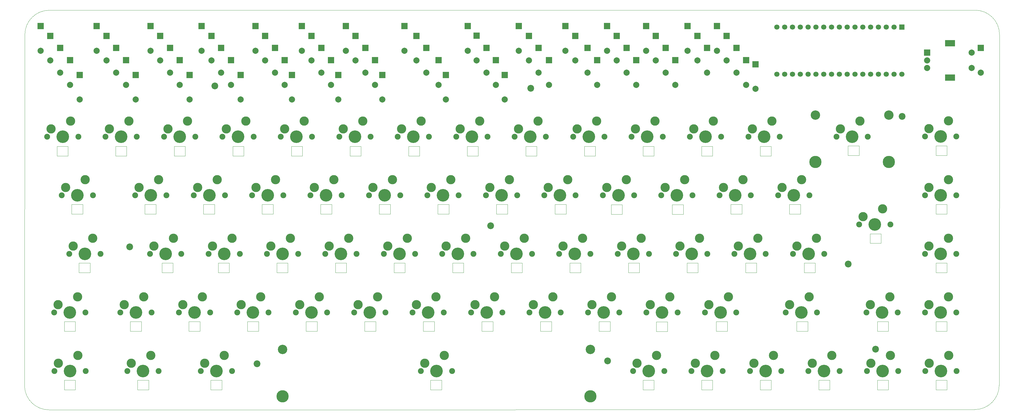
<source format=gts>
G04 #@! TF.GenerationSoftware,KiCad,Pcbnew,(6.0.1)*
G04 #@! TF.CreationDate,2022-01-16T22:01:57-06:00*
G04 #@! TF.ProjectId,stain,73746169-6e2e-46b6-9963-61645f706362,rev?*
G04 #@! TF.SameCoordinates,Original*
G04 #@! TF.FileFunction,Soldermask,Top*
G04 #@! TF.FilePolarity,Negative*
%FSLAX46Y46*%
G04 Gerber Fmt 4.6, Leading zero omitted, Abs format (unit mm)*
G04 Created by KiCad (PCBNEW (6.0.1)) date 2022-01-16 22:01:57*
%MOMM*%
%LPD*%
G01*
G04 APERTURE LIST*
G04 #@! TA.AperFunction,Profile*
%ADD10C,0.100000*%
G04 #@! TD*
G04 #@! TA.AperFunction,Profile*
%ADD11C,0.120000*%
G04 #@! TD*
%ADD12R,2.000000X2.000000*%
%ADD13C,2.000000*%
%ADD14C,3.000000*%
%ADD15C,1.900000*%
%ADD16C,4.100000*%
%ADD17C,2.200000*%
%ADD18C,3.987800*%
%ADD19C,3.048000*%
%ADD20R,3.200000X2.000000*%
%ADD21C,1.700000*%
%ADD22R,1.700000X1.700000*%
G04 APERTURE END LIST*
D10*
X24268170Y-15502478D02*
G75*
G03*
X16330670Y-23439978I0J-7937500D01*
G01*
X24163478Y-145433295D02*
X325153478Y-145338000D01*
X333195670Y-23411750D02*
G75*
G03*
X325282830Y-15474250I-7912840J24622D01*
G01*
X16225978Y-137852045D02*
G75*
G03*
X24163478Y-145433295I7937501J364621D01*
G01*
X333090978Y-137400500D02*
X333195670Y-23411750D01*
X325153478Y-145338000D02*
G75*
G03*
X333090978Y-137400500I0J7937500D01*
G01*
X16330670Y-23439978D02*
X16225978Y-137852045D01*
X24268170Y-15502478D02*
X325282830Y-15474250D01*
D11*
G04 #@! TO.C,LED8*
X316125000Y-62700000D02*
X312525000Y-62700000D01*
X316125000Y-59600000D02*
X316125000Y-62700000D01*
X312525000Y-59600000D02*
X316125000Y-59600000D01*
X312525000Y-62700000D02*
X312525000Y-59600000D01*
G04 #@! TO.C,LED23*
X154200000Y-81750000D02*
X150600000Y-81750000D01*
X150600000Y-78650000D02*
X154200000Y-78650000D01*
X154200000Y-78650000D02*
X154200000Y-81750000D01*
X150600000Y-81750000D02*
X150600000Y-78650000D01*
G04 #@! TO.C,LED17*
X35137500Y-81750000D02*
X31537500Y-81750000D01*
X31537500Y-81750000D02*
X31537500Y-78650000D01*
X31537500Y-78650000D02*
X35137500Y-78650000D01*
X35137500Y-78650000D02*
X35137500Y-81750000D01*
G04 #@! TO.C,LED33*
X254212500Y-97700000D02*
X254212500Y-100800000D01*
X250612500Y-100800000D02*
X250612500Y-97700000D01*
X250612500Y-97700000D02*
X254212500Y-97700000D01*
X254212500Y-100800000D02*
X250612500Y-100800000D01*
G04 #@! TO.C,LED45*
X32756250Y-116750000D02*
X32756250Y-119850000D01*
X32756250Y-119850000D02*
X29156250Y-119850000D01*
X29156250Y-116750000D02*
X32756250Y-116750000D01*
X29156250Y-119850000D02*
X29156250Y-116750000D01*
G04 #@! TO.C,LED42*
X82762500Y-100800000D02*
X79162500Y-100800000D01*
X79162500Y-97700000D02*
X82762500Y-97700000D01*
X82762500Y-97700000D02*
X82762500Y-100800000D01*
X79162500Y-100800000D02*
X79162500Y-97700000D01*
G04 #@! TO.C,LED15*
X141075000Y-59771250D02*
X144675000Y-59771250D01*
X141075000Y-62871250D02*
X141075000Y-59771250D01*
X144675000Y-59771250D02*
X144675000Y-62871250D01*
X144675000Y-62871250D02*
X141075000Y-62871250D01*
G04 #@! TO.C,LED30*
X291093750Y-88175000D02*
X294693750Y-88175000D01*
X294693750Y-88175000D02*
X294693750Y-91275000D01*
X294693750Y-91275000D02*
X291093750Y-91275000D01*
X291093750Y-91275000D02*
X291093750Y-88175000D01*
G04 #@! TO.C,LED12*
X83925000Y-62871250D02*
X83925000Y-59771250D01*
X87525000Y-62871250D02*
X83925000Y-62871250D01*
X87525000Y-59771250D02*
X87525000Y-62871250D01*
X83925000Y-59771250D02*
X87525000Y-59771250D01*
G04 #@! TO.C,LED55*
X221612500Y-116843750D02*
X225212500Y-116843750D01*
X225212500Y-119943750D02*
X221612500Y-119943750D01*
X221612500Y-119943750D02*
X221612500Y-116843750D01*
X225212500Y-116843750D02*
X225212500Y-119943750D01*
G04 #@! TO.C,LED37*
X178012500Y-97700000D02*
X178012500Y-100800000D01*
X178012500Y-100800000D02*
X174412500Y-100800000D01*
X174412500Y-100800000D02*
X174412500Y-97700000D01*
X174412500Y-97700000D02*
X178012500Y-97700000D01*
G04 #@! TO.C,LED44*
X33918750Y-100800000D02*
X33918750Y-97700000D01*
X33918750Y-97700000D02*
X37518750Y-97700000D01*
X37518750Y-97700000D02*
X37518750Y-100800000D01*
X37518750Y-100800000D02*
X33918750Y-100800000D01*
G04 #@! TO.C,LED36*
X193462500Y-97700000D02*
X197062500Y-97700000D01*
X197062500Y-100800000D02*
X193462500Y-100800000D01*
X197062500Y-97700000D02*
X197062500Y-100800000D01*
X193462500Y-100800000D02*
X193462500Y-97700000D01*
G04 #@! TO.C,LED50*
X126787500Y-116750000D02*
X130387500Y-116750000D01*
X130387500Y-116750000D02*
X130387500Y-119850000D01*
X130387500Y-119850000D02*
X126787500Y-119850000D01*
X126787500Y-119850000D02*
X126787500Y-116750000D01*
G04 #@! TO.C,LED53*
X187537500Y-116750000D02*
X187537500Y-119850000D01*
X183937500Y-116750000D02*
X187537500Y-116750000D01*
X187537500Y-119850000D02*
X183937500Y-119850000D01*
X183937500Y-119850000D02*
X183937500Y-116750000D01*
G04 #@! TO.C,LED49*
X111337500Y-116750000D02*
X111337500Y-119850000D01*
X107737500Y-119850000D02*
X107737500Y-116750000D01*
X107737500Y-116750000D02*
X111337500Y-116750000D01*
X111337500Y-119850000D02*
X107737500Y-119850000D01*
G04 #@! TO.C,LED32*
X273262500Y-100800000D02*
X269662500Y-100800000D01*
X273262500Y-97700000D02*
X273262500Y-100800000D01*
X269662500Y-100800000D02*
X269662500Y-97700000D01*
X269662500Y-97700000D02*
X273262500Y-97700000D01*
G04 #@! TO.C,LED11*
X64875000Y-59771250D02*
X68475000Y-59771250D01*
X68475000Y-62871250D02*
X64875000Y-62871250D01*
X64875000Y-62871250D02*
X64875000Y-59771250D01*
X68475000Y-59771250D02*
X68475000Y-62871250D01*
G04 #@! TO.C,LED40*
X120862500Y-100800000D02*
X117262500Y-100800000D01*
X117262500Y-100800000D02*
X117262500Y-97700000D01*
X117262500Y-97700000D02*
X120862500Y-97700000D01*
X120862500Y-97700000D02*
X120862500Y-100800000D01*
G04 #@! TO.C,LED31*
X312525000Y-97700000D02*
X316125000Y-97700000D01*
X312525000Y-100800000D02*
X312525000Y-97700000D01*
X316125000Y-97700000D02*
X316125000Y-100800000D01*
X316125000Y-100800000D02*
X312525000Y-100800000D01*
G04 #@! TO.C,LED34*
X231562500Y-97700000D02*
X235162500Y-97700000D01*
X235162500Y-100800000D02*
X231562500Y-100800000D01*
X235162500Y-97700000D02*
X235162500Y-100800000D01*
X231562500Y-100800000D02*
X231562500Y-97700000D01*
G04 #@! TO.C,LED13*
X102975000Y-62871250D02*
X102975000Y-59771250D01*
X106575000Y-62871250D02*
X102975000Y-62871250D01*
X106575000Y-59771250D02*
X106575000Y-62871250D01*
X102975000Y-59771250D02*
X106575000Y-59771250D01*
G04 #@! TO.C,LED58*
X297075000Y-119850000D02*
X293475000Y-119850000D01*
X293475000Y-116750000D02*
X297075000Y-116750000D01*
X293475000Y-119850000D02*
X293475000Y-116750000D01*
X297075000Y-116750000D02*
X297075000Y-119850000D01*
G04 #@! TO.C,LED29*
X264900000Y-81750000D02*
X264900000Y-78650000D01*
X268500000Y-78650000D02*
X268500000Y-81750000D01*
X264900000Y-78650000D02*
X268500000Y-78650000D01*
X268500000Y-81750000D02*
X264900000Y-81750000D01*
G04 #@! TO.C,LED65*
X239925000Y-135800000D02*
X239925000Y-138900000D01*
X236325000Y-135800000D02*
X239925000Y-135800000D01*
X239925000Y-138900000D02*
X236325000Y-138900000D01*
X236325000Y-138900000D02*
X236325000Y-135800000D01*
G04 #@! TO.C,LED48*
X92287500Y-119850000D02*
X88687500Y-119850000D01*
X88687500Y-116750000D02*
X92287500Y-116750000D01*
X92287500Y-116750000D02*
X92287500Y-119850000D01*
X88687500Y-119850000D02*
X88687500Y-116750000D01*
G04 #@! TO.C,LED16*
X312525000Y-81750000D02*
X312525000Y-78650000D01*
X316125000Y-78650000D02*
X316125000Y-81750000D01*
X312525000Y-78650000D02*
X316125000Y-78650000D01*
X316125000Y-81750000D02*
X312525000Y-81750000D01*
G04 #@! TO.C,LED19*
X78000000Y-81750000D02*
X74400000Y-81750000D01*
X74400000Y-78650000D02*
X78000000Y-78650000D01*
X78000000Y-78650000D02*
X78000000Y-81750000D01*
X74400000Y-81750000D02*
X74400000Y-78650000D01*
G04 #@! TO.C,LED2*
X182775000Y-59771250D02*
X182775000Y-62871250D01*
X182775000Y-62871250D02*
X179175000Y-62871250D01*
X179175000Y-62871250D02*
X179175000Y-59771250D01*
X179175000Y-59771250D02*
X182775000Y-59771250D01*
G04 #@! TO.C,LED5*
X239925000Y-59771250D02*
X239925000Y-62871250D01*
X236325000Y-59771250D02*
X239925000Y-59771250D01*
X236325000Y-62871250D02*
X236325000Y-59771250D01*
X239925000Y-62871250D02*
X236325000Y-62871250D01*
G04 #@! TO.C,LED43*
X64506250Y-100800000D02*
X60906250Y-100800000D01*
X64506250Y-97700000D02*
X64506250Y-100800000D01*
X60906250Y-100800000D02*
X60906250Y-97700000D01*
X60906250Y-97700000D02*
X64506250Y-97700000D01*
G04 #@! TO.C,LED6*
X258975000Y-59771250D02*
X258975000Y-62871250D01*
X255375000Y-59771250D02*
X258975000Y-59771250D01*
X258975000Y-62871250D02*
X255375000Y-62871250D01*
X255375000Y-62871250D02*
X255375000Y-59771250D01*
G04 #@! TO.C,LED14*
X125625000Y-59771250D02*
X125625000Y-62871250D01*
X122025000Y-59771250D02*
X125625000Y-59771250D01*
X125625000Y-62871250D02*
X122025000Y-62871250D01*
X122025000Y-62871250D02*
X122025000Y-59771250D01*
G04 #@! TO.C,LED66*
X258975000Y-135800000D02*
X258975000Y-138900000D01*
X258975000Y-138900000D02*
X255375000Y-138900000D01*
X255375000Y-135800000D02*
X258975000Y-135800000D01*
X255375000Y-138900000D02*
X255375000Y-135800000D01*
G04 #@! TO.C,LED28*
X249450000Y-78650000D02*
X249450000Y-81750000D01*
X245850000Y-78650000D02*
X249450000Y-78650000D01*
X245850000Y-81750000D02*
X245850000Y-78650000D01*
X249450000Y-81750000D02*
X245850000Y-81750000D01*
G04 #@! TO.C,LED4*
X217275000Y-59771250D02*
X220875000Y-59771250D01*
X220875000Y-59771250D02*
X220875000Y-62871250D01*
X217275000Y-62871250D02*
X217275000Y-59771250D01*
X220875000Y-62871250D02*
X217275000Y-62871250D01*
G04 #@! TO.C,LED10*
X45825000Y-59771250D02*
X49425000Y-59771250D01*
X49425000Y-62871250D02*
X45825000Y-62871250D01*
X49425000Y-59771250D02*
X49425000Y-62871250D01*
X45825000Y-62871250D02*
X45825000Y-59771250D01*
G04 #@! TO.C,LED22*
X131550000Y-78650000D02*
X135150000Y-78650000D01*
X135150000Y-78650000D02*
X135150000Y-81750000D01*
X135150000Y-81750000D02*
X131550000Y-81750000D01*
X131550000Y-81750000D02*
X131550000Y-78650000D01*
G04 #@! TO.C,LED60*
X29156250Y-138900000D02*
X29156250Y-135800000D01*
X32756250Y-138900000D02*
X29156250Y-138900000D01*
X29156250Y-135800000D02*
X32756250Y-135800000D01*
X32756250Y-135800000D02*
X32756250Y-138900000D01*
G04 #@! TO.C,LED7*
X283950000Y-62700000D02*
X283950000Y-59600000D01*
X283950000Y-59600000D02*
X287550000Y-59600000D01*
X287550000Y-59600000D02*
X287550000Y-62700000D01*
X287550000Y-62700000D02*
X283950000Y-62700000D01*
G04 #@! TO.C,LED21*
X112500000Y-78650000D02*
X116100000Y-78650000D01*
X116100000Y-81750000D02*
X112500000Y-81750000D01*
X112500000Y-81750000D02*
X112500000Y-78650000D01*
X116100000Y-78650000D02*
X116100000Y-81750000D01*
G04 #@! TO.C,LED51*
X145837500Y-119850000D02*
X145837500Y-116750000D01*
X145837500Y-116750000D02*
X149437500Y-116750000D01*
X149437500Y-119850000D02*
X145837500Y-119850000D01*
X149437500Y-116750000D02*
X149437500Y-119850000D01*
G04 #@! TO.C,LED62*
X76781250Y-135800000D02*
X80381250Y-135800000D01*
X80381250Y-135800000D02*
X80381250Y-138900000D01*
X80381250Y-138900000D02*
X76781250Y-138900000D01*
X76781250Y-138900000D02*
X76781250Y-135800000D01*
G04 #@! TO.C,LED61*
X52968750Y-135800000D02*
X56568750Y-135800000D01*
X56568750Y-138900000D02*
X52968750Y-138900000D01*
X56568750Y-135800000D02*
X56568750Y-138900000D01*
X52968750Y-138900000D02*
X52968750Y-135800000D01*
G04 #@! TO.C,LED25*
X192300000Y-78650000D02*
X192300000Y-81750000D01*
X192300000Y-81750000D02*
X188700000Y-81750000D01*
X188700000Y-78650000D02*
X192300000Y-78650000D01*
X188700000Y-81750000D02*
X188700000Y-78650000D01*
G04 #@! TO.C,LED27*
X226800000Y-81843750D02*
X226800000Y-78743750D01*
X230400000Y-81843750D02*
X226800000Y-81843750D01*
X226800000Y-78743750D02*
X230400000Y-78743750D01*
X230400000Y-78743750D02*
X230400000Y-81843750D01*
G04 #@! TO.C,LED63*
X151818750Y-135800000D02*
X151818750Y-138900000D01*
X148218750Y-138900000D02*
X148218750Y-135800000D01*
X151818750Y-138900000D02*
X148218750Y-138900000D01*
X148218750Y-135800000D02*
X151818750Y-135800000D01*
G04 #@! TO.C,LED38*
X155362500Y-100800000D02*
X155362500Y-97700000D01*
X155362500Y-97700000D02*
X158962500Y-97700000D01*
X158962500Y-97700000D02*
X158962500Y-100800000D01*
X158962500Y-100800000D02*
X155362500Y-100800000D01*
G04 #@! TO.C,LED46*
X54187500Y-119850000D02*
X50587500Y-119850000D01*
X54187500Y-116750000D02*
X54187500Y-119850000D01*
X50587500Y-119850000D02*
X50587500Y-116750000D01*
X50587500Y-116750000D02*
X54187500Y-116750000D01*
G04 #@! TO.C,LED35*
X212512500Y-97700000D02*
X216112500Y-97700000D01*
X212512500Y-100800000D02*
X212512500Y-97700000D01*
X216112500Y-100800000D02*
X212512500Y-100800000D01*
X216112500Y-97700000D02*
X216112500Y-100800000D01*
G04 #@! TO.C,LED1*
X163725000Y-62871250D02*
X160125000Y-62871250D01*
X163725000Y-59771250D02*
X163725000Y-62871250D01*
X160125000Y-59771250D02*
X163725000Y-59771250D01*
X160125000Y-62871250D02*
X160125000Y-59771250D01*
G04 #@! TO.C,LED59*
X316125000Y-116750000D02*
X316125000Y-119850000D01*
X312525000Y-119850000D02*
X312525000Y-116750000D01*
X316125000Y-119850000D02*
X312525000Y-119850000D01*
X312525000Y-116750000D02*
X316125000Y-116750000D01*
G04 #@! TO.C,LED41*
X98212500Y-97700000D02*
X101812500Y-97700000D01*
X98212500Y-100800000D02*
X98212500Y-97700000D01*
X101812500Y-97700000D02*
X101812500Y-100800000D01*
X101812500Y-100800000D02*
X98212500Y-100800000D01*
G04 #@! TO.C,LED47*
X73237500Y-116750000D02*
X73237500Y-119850000D01*
X69637500Y-116750000D02*
X73237500Y-116750000D01*
X73237500Y-119850000D02*
X69637500Y-119850000D01*
X69637500Y-119850000D02*
X69637500Y-116750000D01*
G04 #@! TO.C,LED26*
X206956250Y-78743750D02*
X210556250Y-78743750D01*
X206956250Y-81843750D02*
X206956250Y-78743750D01*
X210556250Y-81843750D02*
X206956250Y-81843750D01*
X210556250Y-78743750D02*
X210556250Y-81843750D01*
G04 #@! TO.C,LED69*
X316125000Y-138900000D02*
X312525000Y-138900000D01*
X312525000Y-135800000D02*
X316125000Y-135800000D01*
X312525000Y-138900000D02*
X312525000Y-135800000D01*
X316125000Y-135800000D02*
X316125000Y-138900000D01*
G04 #@! TO.C,LED24*
X173250000Y-78650000D02*
X173250000Y-81750000D01*
X169650000Y-78650000D02*
X173250000Y-78650000D01*
X169650000Y-81750000D02*
X169650000Y-78650000D01*
X173250000Y-81750000D02*
X169650000Y-81750000D01*
G04 #@! TO.C,LED54*
X202987500Y-119850000D02*
X202987500Y-116750000D01*
X202987500Y-116750000D02*
X206587500Y-116750000D01*
X206587500Y-116750000D02*
X206587500Y-119850000D01*
X206587500Y-119850000D02*
X202987500Y-119850000D01*
G04 #@! TO.C,LED9*
X26775000Y-59771250D02*
X30375000Y-59771250D01*
X30375000Y-59771250D02*
X30375000Y-62871250D01*
X30375000Y-62871250D02*
X26775000Y-62871250D01*
X26775000Y-62871250D02*
X26775000Y-59771250D01*
G04 #@! TO.C,LED20*
X93450000Y-78650000D02*
X97050000Y-78650000D01*
X93450000Y-81750000D02*
X93450000Y-78650000D01*
X97050000Y-78650000D02*
X97050000Y-81750000D01*
X97050000Y-81750000D02*
X93450000Y-81750000D01*
G04 #@! TO.C,LED64*
X220875000Y-135800000D02*
X220875000Y-138900000D01*
X220875000Y-138900000D02*
X217275000Y-138900000D01*
X217275000Y-135800000D02*
X220875000Y-135800000D01*
X217275000Y-138900000D02*
X217275000Y-135800000D01*
G04 #@! TO.C,LED18*
X55350000Y-81750000D02*
X55350000Y-78650000D01*
X58950000Y-78650000D02*
X58950000Y-81750000D01*
X55350000Y-78650000D02*
X58950000Y-78650000D01*
X58950000Y-81750000D02*
X55350000Y-81750000D01*
G04 #@! TO.C,LED3*
X201825000Y-62871250D02*
X198225000Y-62871250D01*
X198225000Y-59771250D02*
X201825000Y-59771250D01*
X201825000Y-59771250D02*
X201825000Y-62871250D01*
X198225000Y-62871250D02*
X198225000Y-59771250D01*
G04 #@! TO.C,LED67*
X278025000Y-135800000D02*
X278025000Y-138900000D01*
X278025000Y-138900000D02*
X274425000Y-138900000D01*
X274425000Y-135800000D02*
X278025000Y-135800000D01*
X274425000Y-138900000D02*
X274425000Y-135800000D01*
G04 #@! TO.C,LED39*
X136312500Y-97700000D02*
X139912500Y-97700000D01*
X139912500Y-97700000D02*
X139912500Y-100800000D01*
X139912500Y-100800000D02*
X136312500Y-100800000D01*
X136312500Y-100800000D02*
X136312500Y-97700000D01*
G04 #@! TO.C,LED68*
X293475000Y-138900000D02*
X293475000Y-135800000D01*
X297075000Y-135800000D02*
X297075000Y-138900000D01*
X293475000Y-135800000D02*
X297075000Y-135800000D01*
X297075000Y-138900000D02*
X293475000Y-138900000D01*
G04 #@! TO.C,LED56*
X241087500Y-119850000D02*
X241087500Y-116750000D01*
X244687500Y-119850000D02*
X241087500Y-119850000D01*
X241087500Y-116750000D02*
X244687500Y-116750000D01*
X244687500Y-116750000D02*
X244687500Y-119850000D01*
G04 #@! TO.C,LED52*
X164887500Y-119850000D02*
X164887500Y-116750000D01*
X168487500Y-116750000D02*
X168487500Y-119850000D01*
X164887500Y-116750000D02*
X168487500Y-116750000D01*
X168487500Y-119850000D02*
X164887500Y-119850000D01*
G04 #@! TO.C,LED57*
X270881250Y-116750000D02*
X270881250Y-119850000D01*
X267281250Y-119850000D02*
X267281250Y-116750000D01*
X267281250Y-116750000D02*
X270881250Y-116750000D01*
X270881250Y-119850000D02*
X267281250Y-119850000D01*
G04 #@! TD*
D12*
G04 #@! TO.C,D14*
X238125000Y-27781250D03*
D13*
X238125000Y-35781250D03*
G04 #@! TD*
D14*
G04 #@! TO.C,SW8*
X164180750Y-51528750D03*
X157830750Y-54068750D03*
D15*
X166720750Y-56608750D03*
D16*
X161640750Y-56608750D03*
D15*
X156560750Y-56608750D03*
G04 #@! TD*
D12*
G04 #@! TO.C,D61*
X52387500Y-36512500D03*
D13*
X52387500Y-44512500D03*
G04 #@! TD*
D12*
G04 #@! TO.C,D23*
X143668750Y-23812500D03*
D13*
X143668750Y-31812500D03*
G04 #@! TD*
D16*
G04 #@! TO.C,SW21*
X133292750Y-75658750D03*
D15*
X138372750Y-75658750D03*
D14*
X135832750Y-70578750D03*
X129482750Y-73118750D03*
D15*
X128212750Y-75658750D03*
G04 #@! TD*
D14*
G04 #@! TO.C,SW34*
X102658750Y-89628750D03*
D15*
X95038750Y-94708750D03*
D16*
X100118750Y-94708750D03*
D15*
X105198750Y-94708750D03*
D14*
X96308750Y-92168750D03*
G04 #@! TD*
D15*
G04 #@! TO.C,SW15*
X309006750Y-56562750D03*
D14*
X316626750Y-51482750D03*
D15*
X319166750Y-56562750D03*
D14*
X310276750Y-54022750D03*
D16*
X314086750Y-56562750D03*
G04 #@! TD*
D15*
G04 #@! TO.C,SW60*
X155225750Y-132809750D03*
D14*
X146335750Y-130269750D03*
X152685750Y-127729750D03*
D16*
X150145750Y-132809750D03*
D15*
X145065750Y-132809750D03*
G04 #@! TD*
D14*
G04 #@! TO.C,SW49*
X112022750Y-108679750D03*
D15*
X104402750Y-113759750D03*
D16*
X109482750Y-113759750D03*
D14*
X105672750Y-111219750D03*
D15*
X114562750Y-113759750D03*
G04 #@! TD*
D14*
G04 #@! TO.C,SW26*
X224482750Y-73118750D03*
D15*
X233372750Y-75658750D03*
D16*
X228292750Y-75658750D03*
D15*
X223212750Y-75658750D03*
D14*
X230832750Y-70578750D03*
G04 #@! TD*
D12*
G04 #@! TO.C,D36*
X112712500Y-27781250D03*
D13*
X112712500Y-35781250D03*
G04 #@! TD*
D12*
G04 #@! TO.C,D4*
X73818750Y-20637500D03*
D13*
X73818750Y-28637500D03*
G04 #@! TD*
D17*
G04 #@! TO.C,REF\u002A\u002A*
X167790500Y-85578250D03*
G04 #@! TD*
D12*
G04 #@! TO.C,D10*
X176942750Y-20637500D03*
D13*
X176942750Y-28637500D03*
G04 #@! TD*
D15*
G04 #@! TO.C,SW57*
X273843750Y-113759750D03*
D14*
X264953750Y-111219750D03*
D15*
X263683750Y-113759750D03*
D16*
X268763750Y-113759750D03*
D14*
X271303750Y-108679750D03*
G04 #@! TD*
D12*
G04 #@! TO.C,D24*
X163226750Y-23780750D03*
D13*
X163226750Y-31780750D03*
G04 #@! TD*
D12*
G04 #@! TO.C,D63*
X86518750Y-36512500D03*
D13*
X86518750Y-44512500D03*
G04 #@! TD*
D18*
G04 #@! TO.C,REF\u002A\u002A*
X200145750Y-141064750D03*
X100145750Y-141064750D03*
D19*
X100145750Y-125824750D03*
X200145750Y-125824750D03*
G04 #@! TD*
D15*
G04 #@! TO.C,SW27*
X252372750Y-75658750D03*
D14*
X249832750Y-70578750D03*
D16*
X247292750Y-75658750D03*
D15*
X242212750Y-75658750D03*
D14*
X243482750Y-73118750D03*
G04 #@! TD*
D15*
G04 #@! TO.C,SW3*
X61560750Y-56608750D03*
D14*
X69180750Y-51528750D03*
X62830750Y-54068750D03*
D16*
X66640750Y-56608750D03*
D15*
X71720750Y-56608750D03*
G04 #@! TD*
D12*
G04 #@! TO.C,D2*
X39687500Y-20637500D03*
D13*
X39687500Y-28637500D03*
G04 #@! TD*
D12*
G04 #@! TO.C,D15*
X241300000Y-20637500D03*
D13*
X241300000Y-28637500D03*
G04 #@! TD*
D12*
G04 #@! TO.C,D3*
X57150000Y-20637500D03*
D13*
X57150000Y-28637500D03*
G04 #@! TD*
D14*
G04 #@! TO.C,SW28*
X262482750Y-73118750D03*
X268832750Y-70578750D03*
D16*
X266292750Y-75658750D03*
D15*
X271372750Y-75658750D03*
X261212750Y-75658750D03*
G04 #@! TD*
D12*
G04 #@! TO.C,D30*
X244475000Y-23812500D03*
D13*
X244475000Y-31812500D03*
G04 #@! TD*
D16*
G04 #@! TO.C,SW54*
X204482750Y-113759750D03*
D14*
X207022750Y-108679750D03*
D15*
X199402750Y-113759750D03*
X209562750Y-113759750D03*
D14*
X200672750Y-111219750D03*
G04 #@! TD*
D17*
G04 #@! TO.C,REF\u002A\u002A*
X50442500Y-92436250D03*
G04 #@! TD*
D12*
G04 #@! TO.C,D49*
X100806250Y-31750000D03*
D13*
X100806250Y-39750000D03*
G04 #@! TD*
D12*
G04 #@! TO.C,D25*
X180181250Y-23812500D03*
D13*
X180181250Y-31812500D03*
G04 #@! TD*
D12*
G04 #@! TO.C,D7*
X120650000Y-20637500D03*
D13*
X120650000Y-28637500D03*
G04 #@! TD*
D14*
G04 #@! TO.C,SW53*
X188022750Y-108679750D03*
D15*
X180402750Y-113759750D03*
D16*
X185482750Y-113759750D03*
D14*
X181672750Y-111219750D03*
D15*
X190562750Y-113759750D03*
G04 #@! TD*
D12*
G04 #@! TO.C,D68*
X172370750Y-36512500D03*
D13*
X172370750Y-44512500D03*
G04 #@! TD*
D16*
G04 #@! TO.C,SW23*
X171292750Y-75658750D03*
D15*
X176372750Y-75658750D03*
X166212750Y-75658750D03*
D14*
X167482750Y-73118750D03*
X173832750Y-70578750D03*
G04 #@! TD*
D12*
G04 #@! TO.C,D69*
X253904750Y-33051750D03*
D13*
X253904750Y-41051750D03*
G04 #@! TD*
D20*
G04 #@! TO.C,SW70*
X317123847Y-37381250D03*
X317123847Y-26181250D03*
D12*
X309623847Y-29281250D03*
D13*
X309623847Y-34281250D03*
X309623847Y-31781250D03*
X324123847Y-34281250D03*
X324123847Y-29281250D03*
G04 #@! TD*
D15*
G04 #@! TO.C,SW6*
X128720750Y-56608750D03*
X118560750Y-56608750D03*
D14*
X126180750Y-51528750D03*
D16*
X123640750Y-56608750D03*
D14*
X119830750Y-54068750D03*
G04 #@! TD*
G04 #@! TO.C,SW51*
X150022750Y-108679750D03*
D15*
X142402750Y-113759750D03*
X152562750Y-113759750D03*
D14*
X143672750Y-111219750D03*
D16*
X147482750Y-113759750D03*
G04 #@! TD*
G04 #@! TO.C,SW61*
X219153750Y-132808750D03*
D14*
X221693750Y-127728750D03*
D15*
X214073750Y-132808750D03*
X224233750Y-132808750D03*
D14*
X215343750Y-130268750D03*
G04 #@! TD*
D12*
G04 #@! TO.C,D18*
X60325000Y-23812500D03*
D13*
X60325000Y-31812500D03*
G04 #@! TD*
D15*
G04 #@! TO.C,SW19*
X90212750Y-75658750D03*
D16*
X95292750Y-75658750D03*
D15*
X100372750Y-75658750D03*
D14*
X91482750Y-73118750D03*
X97832750Y-70578750D03*
G04 #@! TD*
D12*
G04 #@! TO.C,D52*
X150812500Y-31750000D03*
D13*
X150812500Y-39750000D03*
G04 #@! TD*
D12*
G04 #@! TO.C,D32*
X46037500Y-27781250D03*
D13*
X46037500Y-35781250D03*
G04 #@! TD*
D15*
G04 #@! TO.C,SW32*
X67198750Y-94708750D03*
D14*
X64658750Y-89628750D03*
D16*
X62118750Y-94708750D03*
D14*
X58308750Y-92168750D03*
D15*
X57038750Y-94708750D03*
G04 #@! TD*
G04 #@! TO.C,SW46*
X47402750Y-113759750D03*
D14*
X55022750Y-108679750D03*
X48672750Y-111219750D03*
D16*
X52482750Y-113759750D03*
D15*
X57562750Y-113759750D03*
G04 #@! TD*
G04 #@! TO.C,SW17*
X52212750Y-75658750D03*
D14*
X53482750Y-73118750D03*
X59832750Y-70578750D03*
D15*
X62372750Y-75658750D03*
D16*
X57292750Y-75658750D03*
G04 #@! TD*
D12*
G04 #@! TO.C,D56*
X215106250Y-31750000D03*
D13*
X215106250Y-39750000D03*
G04 #@! TD*
D12*
G04 #@! TO.C,D37*
X127000000Y-27781250D03*
D13*
X127000000Y-35781250D03*
G04 #@! TD*
D17*
G04 #@! TO.C,REF\u002A\u002A*
X91844500Y-130409250D03*
G04 #@! TD*
D12*
G04 #@! TO.C,D5*
X91281250Y-20637500D03*
D13*
X91281250Y-28637500D03*
G04 #@! TD*
D16*
G04 #@! TO.C,SW29*
X314086750Y-94708750D03*
D15*
X319166750Y-94708750D03*
D14*
X316626750Y-89628750D03*
D15*
X309006750Y-94708750D03*
D14*
X310276750Y-92168750D03*
G04 #@! TD*
G04 #@! TO.C,SW64*
X272343750Y-130268750D03*
D15*
X271073750Y-132808750D03*
D16*
X276153750Y-132808750D03*
D15*
X281233750Y-132808750D03*
D14*
X278693750Y-127728750D03*
G04 #@! TD*
D16*
G04 #@! TO.C,SW45*
X30956250Y-113759750D03*
D15*
X36036250Y-113759750D03*
D14*
X27146250Y-111219750D03*
X33496250Y-108679750D03*
D15*
X25876250Y-113759750D03*
G04 #@! TD*
D19*
G04 #@! TO.C,REF\u002A\u002A*
X297195750Y-49623750D03*
D18*
X273319750Y-64863750D03*
D19*
X273319750Y-49623750D03*
D18*
X297195750Y-64863750D03*
G04 #@! TD*
D14*
G04 #@! TO.C,SW62*
X234343750Y-130268750D03*
D16*
X238153750Y-132808750D03*
D15*
X243233750Y-132808750D03*
X233073750Y-132808750D03*
D14*
X240693750Y-127728750D03*
G04 #@! TD*
D12*
G04 #@! TO.C,D39*
X166401750Y-27781250D03*
D13*
X166401750Y-35781250D03*
G04 #@! TD*
D12*
G04 #@! TO.C,D16*
X24606250Y-23812500D03*
D13*
X24606250Y-31812500D03*
G04 #@! TD*
D14*
G04 #@! TO.C,SW16*
X29606750Y-73118750D03*
D15*
X38496750Y-75658750D03*
D16*
X33416750Y-75658750D03*
D15*
X28336750Y-75658750D03*
D14*
X35956750Y-70578750D03*
G04 #@! TD*
D17*
G04 #@! TO.C,REF\u002A\u002A*
X292885500Y-125710250D03*
G04 #@! TD*
D15*
G04 #@! TO.C,SW11*
X223720750Y-56608750D03*
D14*
X221180750Y-51528750D03*
D15*
X213560750Y-56608750D03*
D16*
X218640750Y-56608750D03*
D14*
X214830750Y-54068750D03*
G04 #@! TD*
D12*
G04 #@! TO.C,D64*
X103187500Y-36512500D03*
D13*
X103187500Y-44512500D03*
G04 #@! TD*
D12*
G04 #@! TO.C,D62*
X69850000Y-36512500D03*
D13*
X69850000Y-44512500D03*
G04 #@! TD*
D12*
G04 #@! TO.C,D34*
X80168750Y-27781250D03*
D13*
X80168750Y-35781250D03*
G04 #@! TD*
D12*
G04 #@! TO.C,D55*
X202406250Y-31750000D03*
D13*
X202406250Y-39750000D03*
G04 #@! TD*
D14*
G04 #@! TO.C,SW40*
X210308750Y-92168750D03*
D15*
X209038750Y-94708750D03*
X219198750Y-94708750D03*
D14*
X216658750Y-89628750D03*
D16*
X214118750Y-94708750D03*
G04 #@! TD*
D17*
G04 #@! TO.C,REF\u002A\u002A*
X78128500Y-40112250D03*
G04 #@! TD*
D12*
G04 #@! TO.C,D67*
X153193750Y-36512500D03*
D13*
X153193750Y-44512500D03*
G04 #@! TD*
D12*
G04 #@! TO.C,D29*
X247650000Y-27781250D03*
D13*
X247650000Y-35781250D03*
G04 #@! TD*
D21*
G04 #@! TO.C,U1*
X286208250Y-21011250D03*
X283668250Y-21011250D03*
X263348250Y-36267250D03*
X281128250Y-21011250D03*
X278588250Y-21011250D03*
X288748250Y-36267250D03*
X276048250Y-21011250D03*
X273508250Y-21011250D03*
X270968250Y-21011250D03*
X268428250Y-21011250D03*
X265888250Y-21011250D03*
X263348250Y-21011250D03*
X260808250Y-21011250D03*
X260808250Y-36267250D03*
X268428250Y-36267250D03*
X270968250Y-36267250D03*
X273508250Y-36267250D03*
X276048250Y-36267250D03*
X278588250Y-36267250D03*
X281128250Y-36267250D03*
X265888250Y-36267250D03*
X293828250Y-36267250D03*
X288748250Y-21011250D03*
X298908250Y-36267250D03*
D22*
X301448250Y-21011250D03*
D21*
X286208250Y-36267250D03*
X283668250Y-36267250D03*
X291288250Y-36267250D03*
X291288250Y-21011250D03*
X293828250Y-21011250D03*
X301448250Y-36267250D03*
X298908250Y-21011250D03*
X296368250Y-21011250D03*
X296368250Y-36267250D03*
G04 #@! TD*
D12*
G04 #@! TO.C,D60*
X34131250Y-36512500D03*
D13*
X34131250Y-44512500D03*
G04 #@! TD*
D14*
G04 #@! TO.C,SW33*
X77308750Y-92168750D03*
D16*
X81118750Y-94708750D03*
D14*
X83658750Y-89628750D03*
D15*
X86198750Y-94708750D03*
X76038750Y-94708750D03*
G04 #@! TD*
D12*
G04 #@! TO.C,D65*
X118268750Y-36512500D03*
D13*
X118268750Y-44512500D03*
G04 #@! TD*
D15*
G04 #@! TO.C,SW30*
X319166750Y-75658750D03*
D14*
X310276750Y-73118750D03*
D15*
X309006750Y-75658750D03*
D16*
X314086750Y-75658750D03*
D14*
X316626750Y-70578750D03*
G04 #@! TD*
D12*
G04 #@! TO.C,D33*
X63500000Y-27781250D03*
D13*
X63500000Y-35781250D03*
G04 #@! TD*
D15*
G04 #@! TO.C,SW24*
X185212750Y-75658750D03*
D14*
X192832750Y-70578750D03*
D16*
X190292750Y-75658750D03*
D15*
X195372750Y-75658750D03*
D14*
X186482750Y-73118750D03*
G04 #@! TD*
D16*
G04 #@! TO.C,SW56*
X242482750Y-113759750D03*
D15*
X237402750Y-113759750D03*
X247562750Y-113759750D03*
D14*
X238672750Y-111219750D03*
X245022750Y-108679750D03*
G04 #@! TD*
D12*
G04 #@! TO.C,D48*
X83343750Y-31750000D03*
D13*
X83343750Y-39750000D03*
G04 #@! TD*
D14*
G04 #@! TO.C,SW10*
X202180750Y-51528750D03*
X195830750Y-54068750D03*
D16*
X199640750Y-56608750D03*
D15*
X204720750Y-56608750D03*
X194560750Y-56608750D03*
G04 #@! TD*
D16*
G04 #@! TO.C,SW13*
X256640750Y-56608750D03*
D14*
X259180750Y-51528750D03*
D15*
X261720750Y-56608750D03*
X251560750Y-56608750D03*
D14*
X252830750Y-54068750D03*
G04 #@! TD*
D12*
G04 #@! TO.C,D1*
X21431250Y-20637500D03*
D13*
X21431250Y-28637500D03*
G04 #@! TD*
D12*
G04 #@! TO.C,D47*
X66675000Y-31750000D03*
D13*
X66675000Y-39750000D03*
G04 #@! TD*
D14*
G04 #@! TO.C,SW55*
X226022750Y-108679750D03*
D15*
X228562750Y-113759750D03*
X218402750Y-113759750D03*
D16*
X223482750Y-113759750D03*
D14*
X219672750Y-111219750D03*
G04 #@! TD*
D12*
G04 #@! TO.C,D50*
X115887500Y-31750000D03*
D13*
X115887500Y-39750000D03*
G04 #@! TD*
D12*
G04 #@! TO.C,D41*
X199231250Y-27781250D03*
D13*
X199231250Y-35781250D03*
G04 #@! TD*
D12*
G04 #@! TO.C,D35*
X97631250Y-27781250D03*
D13*
X97631250Y-35781250D03*
G04 #@! TD*
D16*
G04 #@! TO.C,SW9*
X180640750Y-56608750D03*
D15*
X185720750Y-56608750D03*
D14*
X176830750Y-54068750D03*
X183180750Y-51528750D03*
D15*
X175560750Y-56608750D03*
G04 #@! TD*
D12*
G04 #@! TO.C,D13*
X218281250Y-20637500D03*
D13*
X218281250Y-28637500D03*
G04 #@! TD*
D12*
G04 #@! TO.C,D40*
X183356250Y-27781250D03*
D13*
X183356250Y-35781250D03*
G04 #@! TD*
D12*
G04 #@! TO.C,D22*
X123825000Y-23812500D03*
D13*
X123825000Y-31812500D03*
G04 #@! TD*
D12*
G04 #@! TO.C,D21*
X109537500Y-23812500D03*
D13*
X109537500Y-31812500D03*
G04 #@! TD*
D17*
G04 #@! TO.C,REF\u002A\u002A*
X301521500Y-50018250D03*
G04 #@! TD*
D12*
G04 #@! TO.C,D8*
X139700000Y-20637500D03*
D13*
X139700000Y-28637500D03*
G04 #@! TD*
D14*
G04 #@! TO.C,SW1*
X31158750Y-51538750D03*
X24808750Y-54078750D03*
D15*
X23538750Y-56618750D03*
D16*
X28618750Y-56618750D03*
D15*
X33698750Y-56618750D03*
G04 #@! TD*
D12*
G04 #@! TO.C,D28*
X221456250Y-23812500D03*
D13*
X221456250Y-31812500D03*
G04 #@! TD*
D12*
G04 #@! TO.C,D6*
X106362500Y-20637500D03*
D13*
X106362500Y-28637500D03*
G04 #@! TD*
D15*
G04 #@! TO.C,SW48*
X85402750Y-113759750D03*
D14*
X93022750Y-108679750D03*
X86672750Y-111219750D03*
D15*
X95562750Y-113759750D03*
D16*
X90482750Y-113759750D03*
G04 #@! TD*
D14*
G04 #@! TO.C,SW31*
X38361550Y-89604350D03*
X32011550Y-92144350D03*
D16*
X35821550Y-94684350D03*
D15*
X40901550Y-94684350D03*
X30741550Y-94684350D03*
G04 #@! TD*
D12*
G04 #@! TO.C,D11*
X192087500Y-20637500D03*
D13*
X192087500Y-28637500D03*
G04 #@! TD*
D12*
G04 #@! TO.C,D20*
X94456250Y-23812500D03*
D13*
X94456250Y-31812500D03*
G04 #@! TD*
D16*
G04 #@! TO.C,SW2*
X47640750Y-56608750D03*
D15*
X42560750Y-56608750D03*
X52720750Y-56608750D03*
D14*
X43830750Y-54068750D03*
X50180750Y-51528750D03*
G04 #@! TD*
D12*
G04 #@! TO.C,D51*
X130175000Y-31750000D03*
D13*
X130175000Y-39750000D03*
G04 #@! TD*
D12*
G04 #@! TO.C,D53*
X169449750Y-31750000D03*
D13*
X169449750Y-39750000D03*
G04 #@! TD*
D14*
G04 #@! TO.C,SW38*
X178658750Y-89628750D03*
D15*
X181198750Y-94708750D03*
X171038750Y-94708750D03*
D16*
X176118750Y-94708750D03*
D14*
X172308750Y-92168750D03*
G04 #@! TD*
G04 #@! TO.C,SW39*
X197658750Y-89628750D03*
D15*
X190038750Y-94708750D03*
D14*
X191308750Y-92168750D03*
D15*
X200198750Y-94708750D03*
D16*
X195118750Y-94708750D03*
G04 #@! TD*
D12*
G04 #@! TO.C,D12*
X205581250Y-20637500D03*
D13*
X205581250Y-28637500D03*
G04 #@! TD*
D12*
G04 #@! TO.C,D42*
X211931250Y-27781250D03*
D13*
X211931250Y-35781250D03*
G04 #@! TD*
D14*
G04 #@! TO.C,SW22*
X148482750Y-73118750D03*
D15*
X157372750Y-75658750D03*
D16*
X152292750Y-75658750D03*
D14*
X154832750Y-70578750D03*
D15*
X147212750Y-75658750D03*
G04 #@! TD*
D14*
G04 #@! TO.C,SW37*
X153308750Y-92168750D03*
D15*
X152038750Y-94708750D03*
D16*
X157118750Y-94708750D03*
D14*
X159658750Y-89628750D03*
D15*
X162198750Y-94708750D03*
G04 #@! TD*
G04 #@! TO.C,SW50*
X123402750Y-113759750D03*
D14*
X131022750Y-108679750D03*
D16*
X128482750Y-113759750D03*
D14*
X124672750Y-111219750D03*
D15*
X133562750Y-113759750D03*
G04 #@! TD*
D12*
G04 #@! TO.C,D54*
X186721750Y-31750000D03*
D13*
X186721750Y-39750000D03*
G04 #@! TD*
D15*
G04 #@! TO.C,SW66*
X319233750Y-132808750D03*
X309073750Y-132808750D03*
D14*
X316693750Y-127728750D03*
X310343750Y-130268750D03*
D16*
X314153750Y-132808750D03*
G04 #@! TD*
D17*
G04 #@! TO.C,REF\u002A\u002A*
X283995500Y-98024250D03*
G04 #@! TD*
D14*
G04 #@! TO.C,SW59*
X316592750Y-108679750D03*
D15*
X319132750Y-113759750D03*
X308972750Y-113759750D03*
D14*
X310242750Y-111219750D03*
D16*
X314052750Y-113759750D03*
G04 #@! TD*
D14*
G04 #@! TO.C,SW41*
X235658750Y-89628750D03*
D15*
X228038750Y-94708750D03*
D16*
X233118750Y-94708750D03*
D14*
X229308750Y-92168750D03*
D15*
X238198750Y-94708750D03*
G04 #@! TD*
D12*
G04 #@! TO.C,D58*
X234950000Y-23812500D03*
D13*
X234950000Y-31812500D03*
G04 #@! TD*
D12*
G04 #@! TO.C,D44*
X231775000Y-20637500D03*
D13*
X231775000Y-28637500D03*
G04 #@! TD*
D12*
G04 #@! TO.C,D57*
X227806250Y-31750000D03*
D13*
X227806250Y-39750000D03*
G04 #@! TD*
D12*
G04 #@! TO.C,D31*
X27781250Y-27781250D03*
D13*
X27781250Y-35781250D03*
G04 #@! TD*
D15*
G04 #@! TO.C,SW35*
X114038750Y-94708750D03*
X124198750Y-94708750D03*
D14*
X121658750Y-89628750D03*
X115308750Y-92168750D03*
D16*
X119118750Y-94708750D03*
G04 #@! TD*
D15*
G04 #@! TO.C,SW69*
X73564750Y-132808750D03*
D16*
X78644750Y-132808750D03*
D15*
X83724750Y-132808750D03*
D14*
X74834750Y-130268750D03*
X81184750Y-127728750D03*
G04 #@! TD*
D12*
G04 #@! TO.C,D26*
X195262500Y-23812500D03*
D13*
X195262500Y-31812500D03*
G04 #@! TD*
D12*
G04 #@! TO.C,D9*
X160305750Y-20637500D03*
D13*
X160305750Y-28637500D03*
G04 #@! TD*
D12*
G04 #@! TO.C,D17*
X42862500Y-23812500D03*
D13*
X42862500Y-31812500D03*
G04 #@! TD*
D15*
G04 #@! TO.C,SW58*
X300132750Y-113759750D03*
D14*
X297592750Y-108679750D03*
D16*
X295052750Y-113759750D03*
D14*
X291242750Y-111219750D03*
D15*
X289972750Y-113759750D03*
G04 #@! TD*
G04 #@! TO.C,SW44*
X297703750Y-85183750D03*
D14*
X288813750Y-82643750D03*
D16*
X292623750Y-85183750D03*
D15*
X287543750Y-85183750D03*
D14*
X295163750Y-80103750D03*
G04 #@! TD*
D12*
G04 #@! TO.C,D43*
X224631250Y-27781250D03*
D13*
X224631250Y-35781250D03*
G04 #@! TD*
D14*
G04 #@! TO.C,SW65*
X291343750Y-130268750D03*
D15*
X300233750Y-132808750D03*
X290073750Y-132808750D03*
D14*
X297693750Y-127728750D03*
D16*
X295153750Y-132808750D03*
G04 #@! TD*
D15*
G04 #@! TO.C,SW14*
X280177750Y-56608750D03*
D14*
X281447750Y-54068750D03*
X287797750Y-51528750D03*
D16*
X285257750Y-56608750D03*
D15*
X290337750Y-56608750D03*
G04 #@! TD*
D12*
G04 #@! TO.C,D59*
X250825000Y-31750000D03*
D13*
X250825000Y-39750000D03*
G04 #@! TD*
D14*
G04 #@! TO.C,SW18*
X78832750Y-70578750D03*
D15*
X81372750Y-75658750D03*
D16*
X76292750Y-75658750D03*
D14*
X72482750Y-73118750D03*
D15*
X71212750Y-75658750D03*
G04 #@! TD*
D12*
G04 #@! TO.C,D27*
X208756250Y-23812500D03*
D13*
X208756250Y-31812500D03*
G04 #@! TD*
D12*
G04 #@! TO.C,D66*
X132556250Y-36512500D03*
D13*
X132556250Y-44512500D03*
G04 #@! TD*
D14*
G04 #@! TO.C,SW43*
X267308750Y-92168750D03*
D15*
X276198750Y-94708750D03*
D16*
X271118750Y-94708750D03*
D15*
X266038750Y-94708750D03*
D14*
X273658750Y-89628750D03*
G04 #@! TD*
G04 #@! TO.C,SW5*
X107180750Y-51528750D03*
D15*
X109720750Y-56608750D03*
X99560750Y-56608750D03*
D16*
X104640750Y-56608750D03*
D14*
X100830750Y-54068750D03*
G04 #@! TD*
G04 #@! TO.C,SW4*
X81830750Y-54068750D03*
X88180750Y-51528750D03*
D15*
X90720750Y-56608750D03*
X80560750Y-56608750D03*
D16*
X85640750Y-56608750D03*
G04 #@! TD*
G04 #@! TO.C,SW12*
X237640750Y-56608750D03*
D15*
X232560750Y-56608750D03*
D14*
X233830750Y-54068750D03*
X240180750Y-51528750D03*
D15*
X242720750Y-56608750D03*
G04 #@! TD*
D12*
G04 #@! TO.C,D38*
X146843750Y-27781250D03*
D13*
X146843750Y-35781250D03*
G04 #@! TD*
D12*
G04 #@! TO.C,D46*
X49212500Y-31750000D03*
D13*
X49212500Y-39750000D03*
G04 #@! TD*
D14*
G04 #@! TO.C,SW67*
X27193750Y-130268750D03*
D16*
X31003750Y-132808750D03*
D15*
X36083750Y-132808750D03*
D14*
X33543750Y-127728750D03*
D15*
X25923750Y-132808750D03*
G04 #@! TD*
D17*
G04 #@! TO.C,REF\u002A\u002A*
X205763500Y-129520250D03*
G04 #@! TD*
D12*
G04 #@! TO.C,D19*
X76993750Y-23812500D03*
D13*
X76993750Y-31812500D03*
G04 #@! TD*
D15*
G04 #@! TO.C,SW42*
X257198750Y-94708750D03*
D14*
X254658750Y-89628750D03*
D16*
X252118750Y-94708750D03*
D14*
X248308750Y-92168750D03*
D15*
X247038750Y-94708750D03*
G04 #@! TD*
G04 #@! TO.C,SW68*
X49688750Y-132808750D03*
X59848750Y-132808750D03*
D14*
X57308750Y-127728750D03*
X50958750Y-130268750D03*
D16*
X54768750Y-132808750D03*
G04 #@! TD*
D14*
G04 #@! TO.C,SW25*
X211832750Y-70578750D03*
X205482750Y-73118750D03*
D16*
X209292750Y-75658750D03*
D15*
X214372750Y-75658750D03*
X204212750Y-75658750D03*
G04 #@! TD*
D14*
G04 #@! TO.C,SW7*
X138830750Y-54068750D03*
D15*
X137560750Y-56608750D03*
X147720750Y-56608750D03*
D16*
X142640750Y-56608750D03*
D14*
X145180750Y-51528750D03*
G04 #@! TD*
D17*
G04 #@! TO.C,REF\u002A\u002A*
X180839437Y-40865767D03*
G04 #@! TD*
D15*
G04 #@! TO.C,SW52*
X171562750Y-113759750D03*
D16*
X166482750Y-113759750D03*
D15*
X161402750Y-113759750D03*
D14*
X162672750Y-111219750D03*
X169022750Y-108679750D03*
G04 #@! TD*
D12*
G04 #@! TO.C,D45*
X30987500Y-31750000D03*
D13*
X30987500Y-39750000D03*
G04 #@! TD*
D15*
G04 #@! TO.C,SW63*
X262233750Y-132808750D03*
D16*
X257153750Y-132808750D03*
D14*
X259693750Y-127728750D03*
X253343750Y-130268750D03*
D15*
X252073750Y-132808750D03*
G04 #@! TD*
D14*
G04 #@! TO.C,SW47*
X74022750Y-108679750D03*
D15*
X66402750Y-113759750D03*
D14*
X67672750Y-111219750D03*
D15*
X76562750Y-113759750D03*
D16*
X71482750Y-113759750D03*
G04 #@! TD*
D12*
G04 #@! TO.C,D70*
X327123847Y-27781250D03*
D13*
X327123847Y-35781250D03*
G04 #@! TD*
D14*
G04 #@! TO.C,SW36*
X140658750Y-89628750D03*
D15*
X143198750Y-94708750D03*
X133038750Y-94708750D03*
D14*
X134308750Y-92168750D03*
D16*
X138118750Y-94708750D03*
G04 #@! TD*
D14*
G04 #@! TO.C,SW20*
X110482750Y-73118750D03*
D16*
X114292750Y-75658750D03*
D15*
X119372750Y-75658750D03*
X109212750Y-75658750D03*
D14*
X116832750Y-70578750D03*
G04 #@! TD*
M02*

</source>
